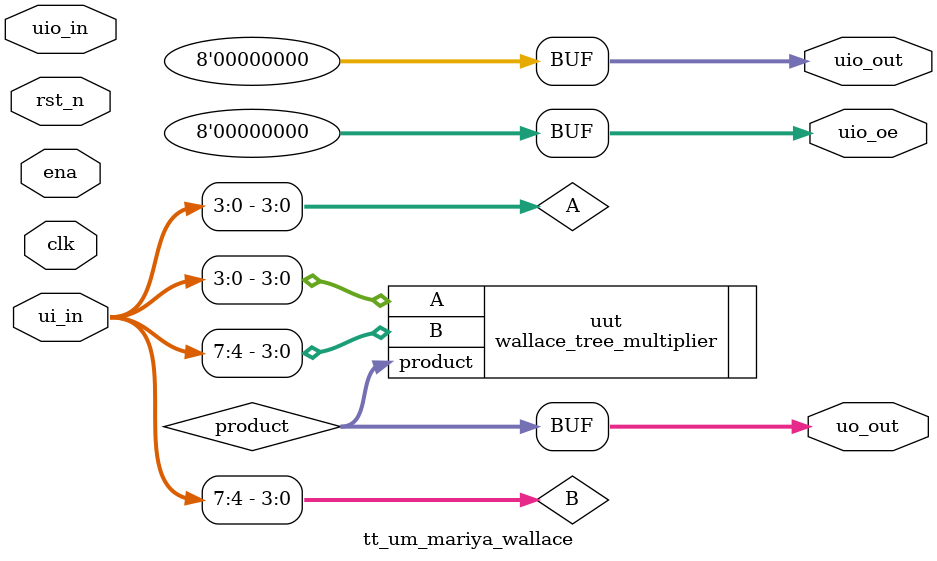
<source format=v>
/*
 * Copyright (c) 2024 Mariya Manoj P
 * SPDX-License-Identifier: Apache-2.0
 */

`default_nettype none

// Wallace Tree Multiplier (4-bit x 4-bit → 8-bit output)
module tt_um_wallace(
    input [3:0] A, B,
    output [7:0] product
);
    wire [7:0] pp0 = {{4{1'b0}}, A & {4{B[0]}}};         // B[0] (no shift)
    wire [7:0] pp1 = {{3{1'b0}}, A & {4{B[1]}}, 1'b0};    // B[1] (<<1)
    wire [7:0] pp2 = {{2{1'b0}}, A & {4{B[2]}}, 2'b0};    // B[2] (<<2)
    wire [7:0] pp3 = {1'b0, A & {4{B[3]}}, 3'b0};         // B[3] (<<3)

    wire [7:0] row1 = pp0;
    wire [7:0] row2 = pp1;
    wire [7:0] row3 = pp2 + pp3;

    wire [7:0] sum_stage2 = row1 ^ row2 ^ row3;
    wire [7:0] carry_stage2 = (row1 & row2) | (row2 & row3) | (row1 & row3);

    assign product = sum_stage2 + (carry_stage2 << 1);
endmodule

// Top Module required by TinyTapeout
module tt_um_mariya_wallace (
    input  wire [7:0] ui_in,    // 4 bits for A, 4 bits for B
    output wire [7:0] uo_out,   // 8-bit output product
    input  wire [7:0] uio_in,   // unused
    output wire [7:0] uio_out,  // unused
    output wire [7:0] uio_oe,   // unused
    input  wire       ena,      // can be ignored
    input  wire       clk,      // can be ignored
    input  wire       rst_n     // can be ignored
);
    wire [3:0] A = ui_in[3:0];      // Lower 4 bits as A
    wire [3:0] B = ui_in[7:4];      // Upper 4 bits as B
    wire [7:0] product;

    wallace_tree_multiplier uut (
        .A(A),
        .B(B),
        .product(product)
    );

    assign uo_out  = product;
    assign uio_out = 8'b0;
    assign uio_oe  = 8'b0;

    // Suppress unused input warnings
    wire _unused = &{ena, clk, rst_n};
endmodule

</source>
